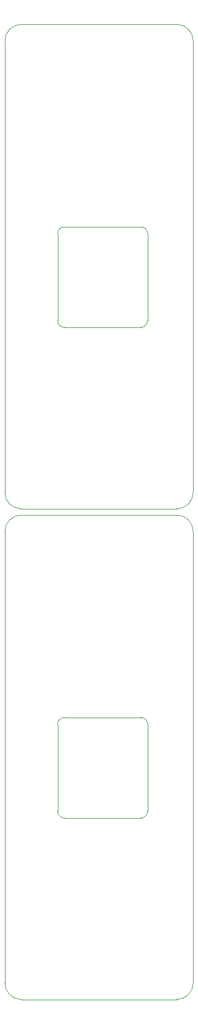
<source format=gbr>
G04 #@! TF.GenerationSoftware,KiCad,Pcbnew,9.0.1*
G04 #@! TF.CreationDate,2025-10-05T20:23:01+13:00*
G04 #@! TF.ProjectId,covers,636f7665-7273-42e6-9b69-6361645f7063,rev?*
G04 #@! TF.SameCoordinates,Original*
G04 #@! TF.FileFunction,Profile,NP*
%FSLAX46Y46*%
G04 Gerber Fmt 4.6, Leading zero omitted, Abs format (unit mm)*
G04 Created by KiCad (PCBNEW 9.0.1) date 2025-10-05 20:23:01*
%MOMM*%
%LPD*%
G01*
G04 APERTURE LIST*
G04 #@! TA.AperFunction,Profile*
%ADD10C,0.050000*%
G04 #@! TD*
G04 APERTURE END LIST*
D10*
X134900000Y-151300000D02*
X134900000Y-185950000D01*
X106000000Y-116650000D02*
G75*
G02*
X108500000Y-114150000I2500000J0D01*
G01*
X106000000Y-151300000D02*
X106000000Y-185950000D01*
X108500000Y-114150000D02*
X132400000Y-114150000D01*
X108500000Y-188450000D02*
G75*
G02*
X106000000Y-185950000I0J2500000D01*
G01*
X134900000Y-185950000D02*
G75*
G02*
X132400000Y-188450000I-2500000J0D01*
G01*
X106000000Y-151300000D02*
X106000000Y-116650000D01*
X134900000Y-151300000D02*
X134900000Y-116650000D01*
X108500000Y-188450000D02*
X132400000Y-188450000D01*
X132400000Y-114150000D02*
G75*
G02*
X134900000Y-116650000I0J-2500000D01*
G01*
X115100000Y-160600000D02*
G75*
G02*
X114100000Y-159600000I0J1000000D01*
G01*
X115100000Y-160600000D02*
X126900000Y-160600000D01*
X127900000Y-159600000D02*
X127900000Y-146200000D01*
X126900000Y-145200000D02*
X115100000Y-145200000D01*
X114100000Y-146200000D02*
X114100000Y-159600000D01*
X108500000Y-38900000D02*
X132400000Y-38900000D01*
X106000000Y-76050000D02*
X106000000Y-110700000D01*
X126900000Y-69950000D02*
G75*
G02*
X127900000Y-70950000I0J-1000000D01*
G01*
X134900000Y-110700000D02*
G75*
G02*
X132400000Y-113200000I-2500000J0D01*
G01*
X127900000Y-84350000D02*
G75*
G02*
X126900000Y-85350000I-1000000J0D01*
G01*
X126900000Y-145200000D02*
G75*
G02*
X127900000Y-146200000I0J-1000000D01*
G01*
X126900000Y-69950000D02*
X115100000Y-69950000D01*
X108500000Y-113200000D02*
G75*
G02*
X106000000Y-110700000I0J2500000D01*
G01*
X114100000Y-70950000D02*
G75*
G02*
X115100000Y-69950000I1000000J0D01*
G01*
X106000000Y-41400000D02*
G75*
G02*
X108500000Y-38900000I2500000J0D01*
G01*
X134900000Y-76050000D02*
X134900000Y-41400000D01*
X114100000Y-146200000D02*
G75*
G02*
X115100000Y-145200000I1000000J0D01*
G01*
X132400000Y-38900000D02*
G75*
G02*
X134900000Y-41400000I0J-2500000D01*
G01*
X127900000Y-84350000D02*
X127900000Y-70950000D01*
X115100000Y-85350000D02*
X126900000Y-85350000D01*
X114100000Y-70950000D02*
X114100000Y-84350000D01*
X127900000Y-159600000D02*
G75*
G02*
X126900000Y-160600000I-1000000J0D01*
G01*
X115100000Y-85350000D02*
G75*
G02*
X114100000Y-84350000I0J1000000D01*
G01*
X106000000Y-76050000D02*
X106000000Y-41400000D01*
X108500000Y-113200000D02*
X132400000Y-113200000D01*
X134900000Y-76050000D02*
X134900000Y-110700000D01*
M02*

</source>
